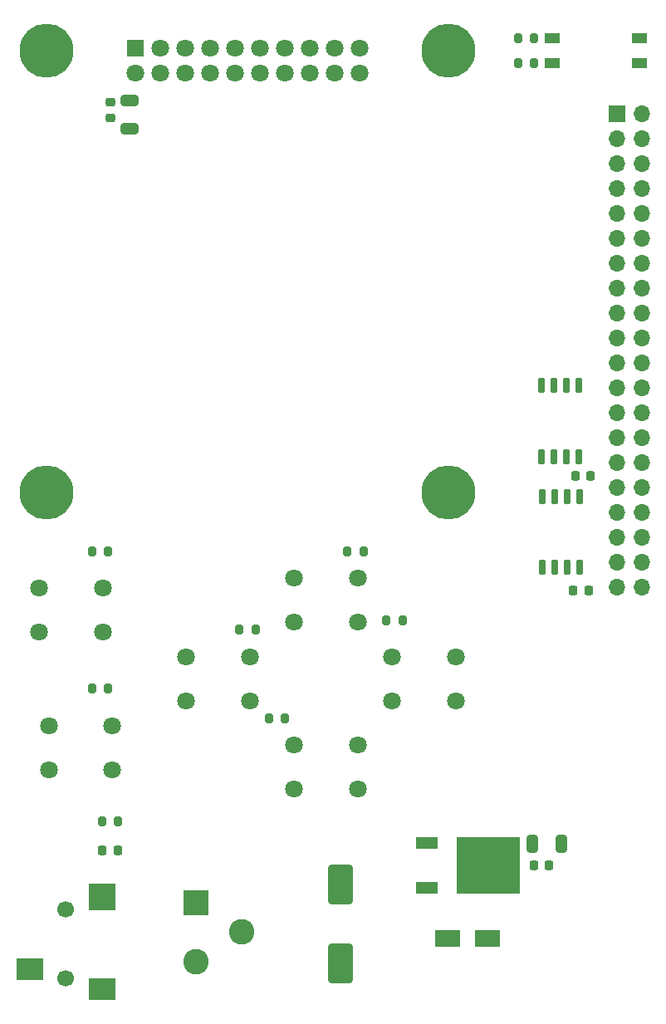
<source format=gbr>
%TF.GenerationSoftware,KiCad,Pcbnew,6.0.2+dfsg-1*%
%TF.CreationDate,2025-01-19T18:01:40+11:00*%
%TF.ProjectId,OLED_DEV_BOARD,4f4c4544-5f44-4455-965f-424f4152442e,rev?*%
%TF.SameCoordinates,Original*%
%TF.FileFunction,Soldermask,Top*%
%TF.FilePolarity,Negative*%
%FSLAX46Y46*%
G04 Gerber Fmt 4.6, Leading zero omitted, Abs format (unit mm)*
G04 Created by KiCad (PCBNEW 6.0.2+dfsg-1) date 2025-01-19 18:01:40*
%MOMM*%
%LPD*%
G01*
G04 APERTURE LIST*
G04 Aperture macros list*
%AMRoundRect*
0 Rectangle with rounded corners*
0 $1 Rounding radius*
0 $2 $3 $4 $5 $6 $7 $8 $9 X,Y pos of 4 corners*
0 Add a 4 corners polygon primitive as box body*
4,1,4,$2,$3,$4,$5,$6,$7,$8,$9,$2,$3,0*
0 Add four circle primitives for the rounded corners*
1,1,$1+$1,$2,$3*
1,1,$1+$1,$4,$5*
1,1,$1+$1,$6,$7*
1,1,$1+$1,$8,$9*
0 Add four rect primitives between the rounded corners*
20,1,$1+$1,$2,$3,$4,$5,0*
20,1,$1+$1,$4,$5,$6,$7,0*
20,1,$1+$1,$6,$7,$8,$9,0*
20,1,$1+$1,$8,$9,$2,$3,0*%
G04 Aperture macros list end*
%ADD10C,1.800000*%
%ADD11RoundRect,0.150000X-0.150000X0.650000X-0.150000X-0.650000X0.150000X-0.650000X0.150000X0.650000X0*%
%ADD12RoundRect,0.200000X-0.200000X-0.275000X0.200000X-0.275000X0.200000X0.275000X-0.200000X0.275000X0*%
%ADD13R,2.500000X1.800000*%
%ADD14R,1.500000X1.100000*%
%ADD15C,1.700000*%
%ADD16R,2.800000X2.200000*%
%ADD17R,2.800000X2.800000*%
%ADD18RoundRect,0.225000X-0.225000X-0.250000X0.225000X-0.250000X0.225000X0.250000X-0.225000X0.250000X0*%
%ADD19RoundRect,0.200000X0.200000X0.275000X-0.200000X0.275000X-0.200000X-0.275000X0.200000X-0.275000X0*%
%ADD20R,2.600000X2.600000*%
%ADD21C,2.600000*%
%ADD22R,1.700000X1.700000*%
%ADD23O,1.700000X1.700000*%
%ADD24C,5.500000*%
%ADD25R,1.800000X1.800000*%
%ADD26RoundRect,0.250000X-0.325000X-0.650000X0.325000X-0.650000X0.325000X0.650000X-0.325000X0.650000X0*%
%ADD27R,2.200000X1.200000*%
%ADD28R,6.400000X5.800000*%
%ADD29RoundRect,0.250000X-1.000000X1.750000X-1.000000X-1.750000X1.000000X-1.750000X1.000000X1.750000X0*%
%ADD30RoundRect,0.225000X-0.250000X0.225000X-0.250000X-0.225000X0.250000X-0.225000X0.250000X0.225000X0*%
%ADD31RoundRect,0.250000X-0.650000X0.325000X-0.650000X-0.325000X0.650000X-0.325000X0.650000X0.325000X0*%
G04 APERTURE END LIST*
D10*
%TO.C,SW7*%
X156750000Y-101750000D03*
X163250000Y-101750000D03*
X156750000Y-106250000D03*
X163250000Y-106250000D03*
%TD*%
%TO.C,SW6*%
X146750000Y-110750000D03*
X153250000Y-110750000D03*
X146750000Y-115250000D03*
X153250000Y-115250000D03*
%TD*%
%TO.C,SW5*%
X146750000Y-93750000D03*
X153250000Y-93750000D03*
X146750000Y-98250000D03*
X153250000Y-98250000D03*
%TD*%
%TO.C,SW4*%
X135750000Y-101750000D03*
X142250000Y-101750000D03*
X135750000Y-106250000D03*
X142250000Y-106250000D03*
%TD*%
%TO.C,SW3*%
X121750000Y-108750000D03*
X128250000Y-108750000D03*
X121750000Y-113250000D03*
X128250000Y-113250000D03*
%TD*%
%TO.C,SW2*%
X120750000Y-94750000D03*
X127250000Y-94750000D03*
X120750000Y-99250000D03*
X127250000Y-99250000D03*
%TD*%
D11*
%TO.C,U2*%
X175905000Y-85400000D03*
X174635000Y-85400000D03*
X173365000Y-85400000D03*
X172095000Y-85400000D03*
X172095000Y-92600000D03*
X173365000Y-92600000D03*
X174635000Y-92600000D03*
X175905000Y-92600000D03*
%TD*%
D12*
%TO.C,R3*%
X169575000Y-41250000D03*
X171225000Y-41250000D03*
%TD*%
D13*
%TO.C,D1*%
X162450000Y-130490000D03*
X166450000Y-130490000D03*
%TD*%
D14*
%TO.C,SW1*%
X173050000Y-38730000D03*
X173050000Y-41270000D03*
X181950000Y-41270000D03*
X181950000Y-38730000D03*
%TD*%
D15*
%TO.C,J3*%
X123500000Y-127500000D03*
X123500000Y-134500000D03*
D16*
X119800000Y-133600000D03*
X127200000Y-135600000D03*
D17*
X127200000Y-126200000D03*
%TD*%
D12*
%TO.C,R5*%
X126175000Y-105000000D03*
X127825000Y-105000000D03*
%TD*%
%TO.C,R8*%
X144175000Y-108000000D03*
X145825000Y-108000000D03*
%TD*%
D18*
%TO.C,C8*%
X171225000Y-123000000D03*
X172775000Y-123000000D03*
%TD*%
D19*
%TO.C,R1*%
X128825000Y-118500000D03*
X127175000Y-118500000D03*
%TD*%
D20*
%TO.C,J1*%
X136750000Y-126800000D03*
D21*
X136750000Y-132800000D03*
X141450000Y-129800000D03*
%TD*%
D18*
%TO.C,C4*%
X175450000Y-83287335D03*
X177000000Y-83287335D03*
%TD*%
D12*
%TO.C,R6*%
X141175000Y-99000000D03*
X142825000Y-99000000D03*
%TD*%
D19*
%TO.C,R9*%
X157825000Y-98000000D03*
X156175000Y-98000000D03*
%TD*%
D18*
%TO.C,C5*%
X175225000Y-95000000D03*
X176775000Y-95000000D03*
%TD*%
D22*
%TO.C,J4*%
X179725000Y-46375000D03*
D23*
X182265000Y-46375000D03*
X179725000Y-48915000D03*
X182265000Y-48915000D03*
X179725000Y-51455000D03*
X182265000Y-51455000D03*
X179725000Y-53995000D03*
X182265000Y-53995000D03*
X179725000Y-56535000D03*
X182265000Y-56535000D03*
X179725000Y-59075000D03*
X182265000Y-59075000D03*
X179725000Y-61615000D03*
X182265000Y-61615000D03*
X179725000Y-64155000D03*
X182265000Y-64155000D03*
X179725000Y-66695000D03*
X182265000Y-66695000D03*
X179725000Y-69235000D03*
X182265000Y-69235000D03*
X179725000Y-71775000D03*
X182265000Y-71775000D03*
X179725000Y-74315000D03*
X182265000Y-74315000D03*
X179725000Y-76855000D03*
X182265000Y-76855000D03*
X179725000Y-79395000D03*
X182265000Y-79395000D03*
X179725000Y-81935000D03*
X182265000Y-81935000D03*
X179725000Y-84475000D03*
X182265000Y-84475000D03*
X179725000Y-87015000D03*
X182265000Y-87015000D03*
X179725000Y-89555000D03*
X182265000Y-89555000D03*
X179725000Y-92095000D03*
X182265000Y-92095000D03*
X179725000Y-94635000D03*
X182265000Y-94635000D03*
%TD*%
D24*
%TO.C,J2*%
X121500000Y-39980000D03*
X162500000Y-39980000D03*
X121500000Y-85000000D03*
X162500000Y-85000000D03*
D25*
X130570000Y-39730000D03*
D10*
X130570000Y-42270000D03*
X133110000Y-39730000D03*
X133110000Y-42270000D03*
X135650000Y-39730000D03*
X135650000Y-42270000D03*
X138190000Y-39730000D03*
X138190000Y-42270000D03*
X140730000Y-39730000D03*
X140730000Y-42270000D03*
X143270000Y-39730000D03*
X143270000Y-42270000D03*
X145810000Y-39730000D03*
X145810000Y-42270000D03*
X148350000Y-39730000D03*
X148350000Y-42270000D03*
X150890000Y-39730000D03*
X150890000Y-42270000D03*
X153430000Y-39730000D03*
X153430000Y-42270000D03*
%TD*%
D12*
%TO.C,R2*%
X169575000Y-38700000D03*
X171225000Y-38700000D03*
%TD*%
D26*
%TO.C,C7*%
X171050000Y-120790000D03*
X174000000Y-120790000D03*
%TD*%
D12*
%TO.C,R4*%
X126175000Y-91000000D03*
X127825000Y-91000000D03*
%TD*%
D27*
%TO.C,U3*%
X160300000Y-120720000D03*
D28*
X166600000Y-123000000D03*
D27*
X160300000Y-125280000D03*
%TD*%
D11*
%TO.C,U1*%
X175785000Y-74120000D03*
X174515000Y-74120000D03*
X173245000Y-74120000D03*
X171975000Y-74120000D03*
X171975000Y-81320000D03*
X173245000Y-81320000D03*
X174515000Y-81320000D03*
X175785000Y-81320000D03*
%TD*%
D29*
%TO.C,C1*%
X151500000Y-125000000D03*
X151500000Y-133000000D03*
%TD*%
D12*
%TO.C,R7*%
X152175000Y-91000000D03*
X153825000Y-91000000D03*
%TD*%
D30*
%TO.C,C6*%
X128000000Y-45225000D03*
X128000000Y-46775000D03*
%TD*%
D18*
%TO.C,C2*%
X127225000Y-121500000D03*
X128775000Y-121500000D03*
%TD*%
D31*
%TO.C,C3*%
X130000000Y-45000000D03*
X130000000Y-47950000D03*
%TD*%
M02*

</source>
